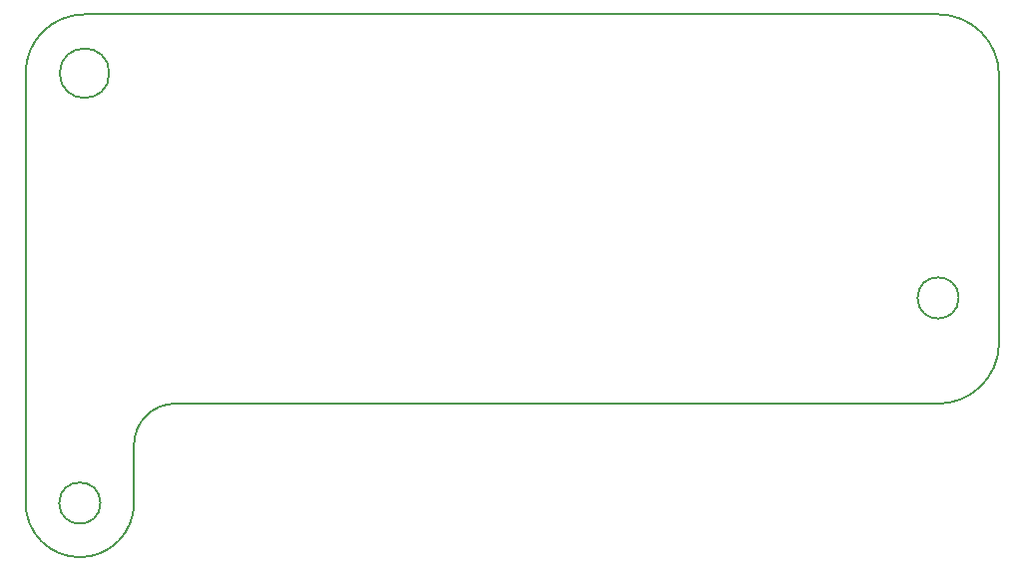
<source format=gbr>
%TF.GenerationSoftware,KiCad,Pcbnew,8.0.4*%
%TF.CreationDate,2025-03-13T09:59:00-07:00*%
%TF.ProjectId,keyboard_board,6b657962-6f61-4726-945f-626f6172642e,rev?*%
%TF.SameCoordinates,Original*%
%TF.FileFunction,Profile,NP*%
%FSLAX46Y46*%
G04 Gerber Fmt 4.6, Leading zero omitted, Abs format (unit mm)*
G04 Created by KiCad (PCBNEW 8.0.4) date 2025-03-13 09:59:00*
%MOMM*%
%LPD*%
G01*
G04 APERTURE LIST*
%TA.AperFunction,Profile*%
%ADD10C,0.200000*%
%TD*%
G04 APERTURE END LIST*
D10*
X184933428Y-75476935D02*
X257343428Y-75476935D01*
X257343428Y-75476935D02*
G75*
G02*
X262508998Y-80642505I0J-5165570D01*
G01*
X262509000Y-103505000D02*
X262509000Y-80642505D01*
X262509000Y-103505000D02*
G75*
G02*
X257225766Y-108552907I-5165572J117665D01*
G01*
X192633428Y-108552909D02*
X257225766Y-108552909D01*
X189133428Y-112052909D02*
G75*
G02*
X192633428Y-108552909I3500001J-1D01*
G01*
X189133428Y-112052909D02*
X189133428Y-116996933D01*
X189133428Y-116996933D02*
G75*
G02*
X179933428Y-116996935I-4600000J-2D01*
G01*
X179933428Y-80476935D02*
X179933428Y-116996935D01*
X179933428Y-80476935D02*
G75*
G02*
X184933428Y-75476935I5000000J0D01*
G01*
X187033428Y-80476935D02*
G75*
G02*
X182833428Y-80476935I-2100000J0D01*
G01*
X182833428Y-80476935D02*
G75*
G02*
X187033428Y-80476935I2100000J0D01*
G01*
X186283428Y-116996935D02*
G75*
G02*
X182783428Y-116996935I-1750000J0D01*
G01*
X182783428Y-116996935D02*
G75*
G02*
X186283428Y-116996935I1750000J0D01*
G01*
X259093428Y-99566935D02*
G75*
G02*
X255593428Y-99566935I-1750000J0D01*
G01*
X255593428Y-99566935D02*
G75*
G02*
X259093428Y-99566935I1750000J0D01*
G01*
M02*

</source>
